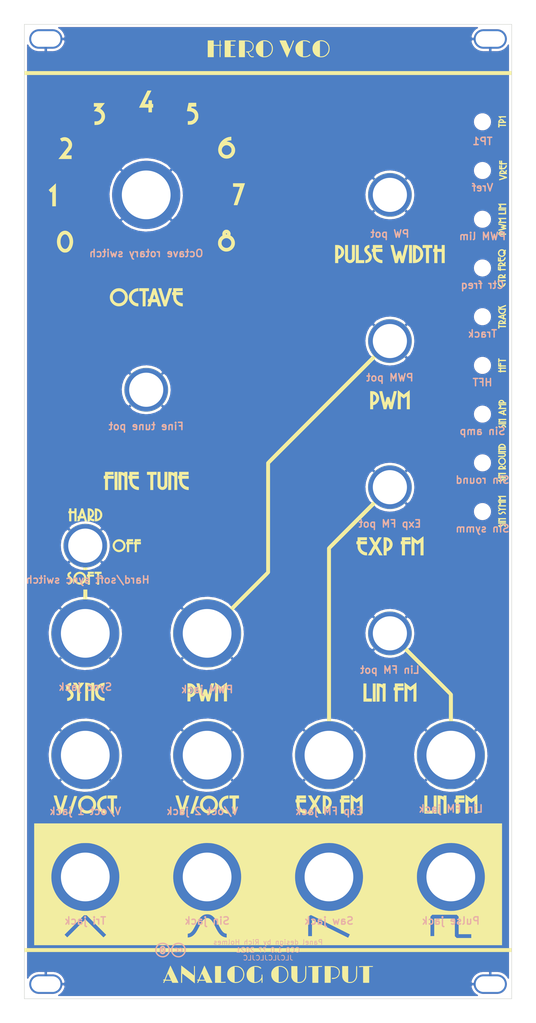
<source format=kicad_pcb>
(kicad_pcb (version 20171130) (host pcbnew 5.1.11-e4df9d881f~92~ubuntu20.04.1)
  (layers (0 F.Cu signal) (31 B.Cu signal) (34 B.Paste user) (35 F.Paste user) (36 B.SilkS user) (37 F.SilkS user) (38 B.Mask user) (39 F.Mask user) (44 Edge.Cuts user))
  (net 0 "")
  (net 1 GND)
  (module herovco_panel:herovco_panel_art (layer F.Cu) (at 66.1 107.6)
    (fp_text reference GRAF2 hide)
    (fp_text value Art hide)
  )
  (module Kosmo_panel:Kosmo_Jack_Hole (layer F.Cu) (at 41.1 42.6)
    (fp_text reference H16 hide)
    (fp_text value Rotary_Switch_Hole)
    (pad 1 thru_hole circle (at 0 0) (size 14 14) (drill 10) (layers *.Cu *.Mask) (net 1 GND))
  )
  (module Kosmo_panel:Kosmo_Trimmer_Pot_Hole (layer F.Cu) (at 110.1 107.6)
    (fp_text reference H28 hide)
    (fp_text value Trimmer_Hole)
    (pad "" np_thru_hole circle (at 0 0) (size 2.5 2.5) (drill 2.5) (layers *.Mask F.Cu))
  )
  (module Kosmo_panel:Kosmo_Jack_Hole (layer F.Cu) (at 28.6 132.6)
    (fp_text reference H27 hide)
    (fp_text value Jack_Hole)
    (pad 1 thru_hole circle (at 0 0) (size 14 14) (drill 10) (layers *.Cu *.Mask) (net 1 GND))
  )
  (module Kosmo_panel:Kosmo_Jack_Hole (layer F.Cu) (at 53.6 132.6)
    (fp_text reference H26 hide)
    (fp_text value Jack_Hole)
    (pad 1 thru_hole circle (at 0 0) (size 14 14) (drill 10) (layers *.Cu *.Mask) (net 1 GND))
  )
  (module Kosmo_panel:Kosmo_Pot_Hole (layer F.Cu) (at 41.1 82.6)
    (fp_text reference H25 hide)
    (fp_text value Pot_Hole)
    (pad 1 thru_hole circle (at 0 0) (size 9 9) (drill 7) (layers *.Cu *.Mask) (net 1 GND))
  )
  (module Kosmo_panel:Kosmo_Trimmer_Pot_Hole (layer F.Cu) (at 110.1 27.6)
    (fp_text reference H24 hide)
    (fp_text value Trimmer_Hole)
    (pad "" np_thru_hole circle (at 0 0) (size 2.5 2.5) (drill 2.5) (layers *.Mask F.Cu))
  )
  (module Kosmo_panel:Kosmo_Trimmer_Pot_Hole (layer F.Cu) (at 110.1 37.6)
    (fp_text reference H23 hide)
    (fp_text value Trimmer_Hole)
    (pad "" np_thru_hole circle (at 0 0) (size 2.5 2.5) (drill 2.5) (layers *.Mask F.Cu))
  )
  (module Kosmo_panel:Kosmo_Pot_Hole (layer F.Cu) (at 91.1 102.6)
    (fp_text reference H22 hide)
    (fp_text value Pot_Hole)
    (pad 1 thru_hole circle (at 0 0) (size 9 9) (drill 7) (layers *.Cu *.Mask) (net 1 GND))
  )
  (module Kosmo_panel:Kosmo_Trimmer_Pot_Hole (layer F.Cu) (at 110.1 47.6)
    (fp_text reference H21 hide)
    (fp_text value Trimmer_Hole)
    (pad "" np_thru_hole circle (at 0 0) (size 2.5 2.5) (drill 2.5) (layers *.Mask F.Cu))
  )
  (module Kosmo_panel:Kosmo_Trimmer_Pot_Hole (layer F.Cu) (at 110.1 57.6)
    (fp_text reference H20 hide)
    (fp_text value Trimmer_Hole)
    (pad "" np_thru_hole circle (at 0 0) (size 2.5 2.5) (drill 2.5) (layers *.Mask F.Cu))
  )
  (module Kosmo_panel:Kosmo_Pot_Hole (layer F.Cu) (at 91.1 132.6)
    (fp_text reference H19 hide)
    (fp_text value Pot_Hole)
    (pad 1 thru_hole circle (at 0 0) (size 9 9) (drill 7) (layers *.Cu *.Mask) (net 1 GND))
  )
  (module Kosmo_panel:Kosmo_Trimmer_Pot_Hole (layer F.Cu) (at 110.1 97.6)
    (fp_text reference H18 hide)
    (fp_text value Trimmer_Hole)
    (pad "" np_thru_hole circle (at 0 0) (size 2.5 2.5) (drill 2.5) (layers *.Mask F.Cu))
  )
  (module Kosmo_panel:Kosmo_Trimmer_Pot_Hole (layer F.Cu) (at 110.1 87.6)
    (fp_text reference H17 hide)
    (fp_text value Trimmer_Hole)
    (pad "" np_thru_hole circle (at 0 0) (size 2.5 2.5) (drill 2.5) (layers *.Mask F.Cu))
  )
  (module Kosmo_panel:Kosmo_Pot_Hole (layer F.Cu) (at 91.1 72.6)
    (fp_text reference H15 hide)
    (fp_text value Pot_Hole)
    (pad 1 thru_hole circle (at 0 0) (size 9 9) (drill 7) (layers *.Cu *.Mask) (net 1 GND))
  )
  (module Kosmo_panel:Kosmo_Trimmer_Pot_Hole (layer F.Cu) (at 110.1 77.6)
    (fp_text reference H13 hide)
    (fp_text value Trimmer_Hole)
    (pad "" np_thru_hole circle (at 0 0) (size 2.5 2.5) (drill 2.5) (layers *.Mask F.Cu))
  )
  (module Kosmo_panel:Kosmo_Trimmer_Pot_Hole (layer F.Cu) (at 110.1 67.6)
    (fp_text reference H12 hide)
    (fp_text value Trimmer_Hole)
    (pad "" np_thru_hole circle (at 0 0) (size 2.5 2.5) (drill 2.5) (layers *.Mask F.Cu))
  )
  (module herovco_panel:herovco_panel_holes (layer F.Cu) (at 66.1 107.6)
    (fp_text reference GRAF1 hide)
    (fp_text value Holes hide)
  )
  (module ao_tht:CC0_logo (layer B.Cu) (at 46.1 197.6 180)
    (fp_text reference GRAF3 hide)
    (fp_text value "CC0 logo" hide)
  )
  (module Kosmo_panel:Kosmo_Jack_Hole (layer F.Cu) (at 103.6 182.6)
    (fp_text reference H8 hide)
    (fp_text value Jack_Hole)
    (pad 1 thru_hole circle (at 0 0) (size 14 14) (drill 10) (layers *.Cu *.Mask) (net 1 GND))
  )
  (module Kosmo_panel:Kosmo_Jack_Hole (layer F.Cu) (at 103.6 157.6)
    (fp_text reference H7 hide)
    (fp_text value Jack_Hole)
    (pad 1 thru_hole circle (at 0 0) (size 14 14) (drill 10) (layers *.Cu *.Mask) (net 1 GND))
  )
  (module Kosmo_panel:Kosmo_Jack_Hole (layer F.Cu) (at 78.6 182.6)
    (fp_text reference H6 hide)
    (fp_text value Jack_Hole)
    (pad 1 thru_hole circle (at 0 0) (size 14 14) (drill 10) (layers *.Cu *.Mask) (net 1 GND))
  )
  (module Kosmo_panel:Kosmo_Jack_Hole (layer F.Cu) (at 78.6 157.6)
    (fp_text reference H5 hide)
    (fp_text value Jack_Hole)
    (pad 1 thru_hole circle (at 0 0) (size 14 14) (drill 10) (layers *.Cu *.Mask) (net 1 GND))
  )
  (module Kosmo_panel:Kosmo_Jack_Hole (layer F.Cu) (at 53.6 182.6)
    (fp_text reference H4 hide)
    (fp_text value Jack_Hole)
    (pad 1 thru_hole circle (at 0 0) (size 14 14) (drill 10) (layers *.Cu *.Mask) (net 1 GND))
  )
  (module Kosmo_panel:Kosmo_Jack_Hole (layer F.Cu) (at 53.6 157.6)
    (fp_text reference H3 hide)
    (fp_text value Jack_Hole)
    (pad 1 thru_hole circle (at 0 0) (size 14 14) (drill 10) (layers *.Cu *.Mask) (net 1 GND))
  )
  (module Kosmo_panel:Kosmo_Jack_Hole (layer F.Cu) (at 28.6 182.6)
    (fp_text reference H2 hide)
    (fp_text value Jack_Hole)
    (pad 1 thru_hole circle (at 0 0) (size 14 14) (drill 10) (layers *.Cu *.Mask) (net 1 GND))
  )
  (module Kosmo_panel:Kosmo_Panel_Dual_Slotted_Mounting_Holes (layer F.Cu) (at 113.1 10.6 180)
    (fp_text reference H14 hide)
    (fp_text value Mounting_Holes)
    (pad 1 thru_hole oval (at 1.4 -194 180) (size 6.8 4) (drill oval 6 3.2) (layers *.Cu *.Mask) (net 1 GND))
    (pad 1 thru_hole oval (at 1.4 0 180) (size 6.8 4) (drill oval 6 3.2) (layers *.Cu *.Mask) (net 1 GND))
  )
  (module Kosmo_panel:Kosmo_Panel_Dual_Slotted_Mounting_Holes (layer F.Cu) (at 19.1 204.6)
    (fp_text reference H11 hide)
    (fp_text value Mounting_Holes)
    (pad 1 thru_hole oval (at 1.4 -194) (size 6.8 4) (drill oval 6 3.2) (layers *.Cu *.Mask) (net 1 GND))
    (pad 1 thru_hole oval (at 1.4 0) (size 6.8 4) (drill oval 6 3.2) (layers *.Cu *.Mask) (net 1 GND))
  )
  (module Kosmo_panel:Kosmo_Pot_Hole (layer F.Cu) (at 91.1 42.6)
    (fp_text reference H10 hide)
    (fp_text value Pot_Hole)
    (pad 1 thru_hole circle (at 0 0) (size 9 9) (drill 7) (layers *.Cu *.Mask) (net 1 GND))
  )
  (module Kosmo_panel:Kosmo_Jack_Hole (layer F.Cu) (at 28.6 157.6)
    (fp_text reference H1 hide)
    (fp_text value Jack_Hole)
    (pad 1 thru_hole circle (at 0 0) (size 14 14) (drill 10) (layers *.Cu *.Mask) (net 1 GND))
  )
  (module Kosmo_panel:Kosmo_Switch_Hole (layer F.Cu) (at 28.6 114.6)
    (fp_text reference H9 hide)
    (fp_text value Switch_Hole)
    (pad 1 thru_hole circle (at 0 0) (size 9 9) (drill 7) (layers *.Cu *.Mask) (net 1 GND))
  )
  (gr_text "Sin symm" (at 110.1 111.1) (layer B.SilkS) (effects (font (size 1.5 1.5) (thickness 0.3)) (justify mirror)))
  (gr_text "Sin round" (at 110.1 101.1) (layer B.SilkS) (effects (font (size 1.5 1.5) (thickness 0.3)) (justify mirror)))
  (gr_text "Sin amp" (at 110.1 91.1) (layer B.SilkS) (effects (font (size 1.5 1.5) (thickness 0.3)) (justify mirror)))
  (gr_text HFT (at 110.1 81.1) (layer B.SilkS) (effects (font (size 1.5 1.5) (thickness 0.3)) (justify mirror)))
  (gr_text Track (at 110.1 71.1) (layer B.SilkS) (effects (font (size 1.5 1.5) (thickness 0.3)) (justify mirror)))
  (gr_text "Ctr freq" (at 110.1 61.1) (layer B.SilkS) (effects (font (size 1.5 1.5) (thickness 0.3)) (justify mirror)))
  (gr_text "PWM lim" (at 110.1 51.1) (layer B.SilkS) (effects (font (size 1.5 1.5) (thickness 0.3)) (justify mirror)))
  (gr_text "Vref\n" (at 110.1 41.1) (layer B.SilkS) (effects (font (size 1.5 1.5) (thickness 0.3)) (justify mirror)))
  (gr_text TP1 (at 110.1 31.6) (layer B.SilkS) (effects (font (size 1.5 1.5) (thickness 0.3)) (justify mirror)))
  (gr_text "Pulse jack" (at 103.6 191.6) (layer B.SilkS) (effects (font (size 1.5 1.5) (thickness 0.3)) (justify mirror)))
  (gr_text "Saw jack" (at 78.6 191.6) (layer B.SilkS) (effects (font (size 1.5 1.5) (thickness 0.3)) (justify mirror)))
  (gr_text "Sin jack" (at 53.6 191.6) (layer B.SilkS) (effects (font (size 1.5 1.5) (thickness 0.3)) (justify mirror)))
  (gr_text "Tri jack" (at 28.6 191.6) (layer B.SilkS) (effects (font (size 1.5 1.5) (thickness 0.3)) (justify mirror)))
  (gr_text "Lin FM jack" (at 103.6 168.6) (layer B.SilkS) (effects (font (size 1.5 1.5) (thickness 0.3)) (justify mirror)))
  (gr_text "Exp FM jack" (at 78.6 169.1) (layer B.SilkS) (effects (font (size 1.5 1.5) (thickness 0.3)) (justify mirror)))
  (gr_text "V/oct 2 jack" (at 52.6 169.1) (layer B.SilkS) (effects (font (size 1.5 1.5) (thickness 0.3)) (justify mirror)))
  (gr_text "V/oct 1 jack" (at 28.6 169.1) (layer B.SilkS) (effects (font (size 1.5 1.5) (thickness 0.3)) (justify mirror)))
  (gr_text "PWM jack" (at 53.6 144.1) (layer B.SilkS) (effects (font (size 1.5 1.5) (thickness 0.3)) (justify mirror)))
  (gr_text "Sync jack" (at 28.6 143.6) (layer B.SilkS) (effects (font (size 1.5 1.5) (thickness 0.3)) (justify mirror)))
  (gr_text "Hard/soft sync switch" (at 29.1 121.6) (layer B.SilkS) (effects (font (size 1.5 1.5) (thickness 0.3)) (justify mirror)))
  (gr_text "Lin FM pot" (at 91.1 140.1) (layer B.SilkS) (effects (font (size 1.5 1.5) (thickness 0.3)) (justify mirror)))
  (gr_text "Exp FM pot" (at 91.1 110.1) (layer B.SilkS) (effects (font (size 1.5 1.5) (thickness 0.3)) (justify mirror)))
  (gr_text "PWM pot" (at 91.1 80.1) (layer B.SilkS) (effects (font (size 1.5 1.5) (thickness 0.3)) (justify mirror)))
  (gr_text "Fine tune pot" (at 41.1 90.1) (layer B.SilkS) (effects (font (size 1.5 1.5) (thickness 0.3)) (justify mirror)))
  (gr_text "PW pot" (at 91.1 50.6) (layer B.SilkS) (effects (font (size 1.5 1.5) (thickness 0.3)) (justify mirror)))
  (gr_text "Octave rotary switch" (at 41.1 54.6) (layer B.SilkS) (effects (font (size 1.5 1.5) (thickness 0.3)) (justify mirror)))
  (gr_text "Panel design by Rich Holmes\nCC0 1.0 ?? 2021\nJLCJLCJLCJLC" (at 66.1 197.6) (layer B.SilkS) (effects (font (size 1 1)) (justify mirror)))
  (gr_line (start 116.1 7.6) (end 16.1 7.6) (layer Edge.Cuts) (width 0.1))
  (gr_line (start 116.1 207.6) (end 116.1 7.6) (layer Edge.Cuts) (width 0.1))
  (gr_line (start 16.1 207.6) (end 116.1 207.6) (layer Edge.Cuts) (width 0.1))
  (gr_line (start 16.1 7.6) (end 16.1 207.6) (layer Edge.Cuts) (width 0.1))
  (zone (net 1) (net_name GND) (layer F.Cu) (connect_pads (clearance 0.508)) (min_thickness 0.254) (fill yes (arc_segments 32) (thermal_gap 0.508) (thermal_bridge_width 0.508))
    (polygon (pts (xy 121.1 212.6) (xy 11.1 212.6) (xy 11.1 2.6) (xy 121.1 2.6)))
  )
  (zone (net 1) (net_name GND) (layer B.Cu) (connect_pads (clearance 0.508)) (min_thickness 0.254) (fill yes (arc_segments 32) (thermal_gap 0.508) (thermal_bridge_width 0.508))
    (polygon (pts (xy 121.1 212.6) (xy 11.1 212.6) (xy 11.1 2.6) (xy 121.1 2.6)))
  )
)
</source>
